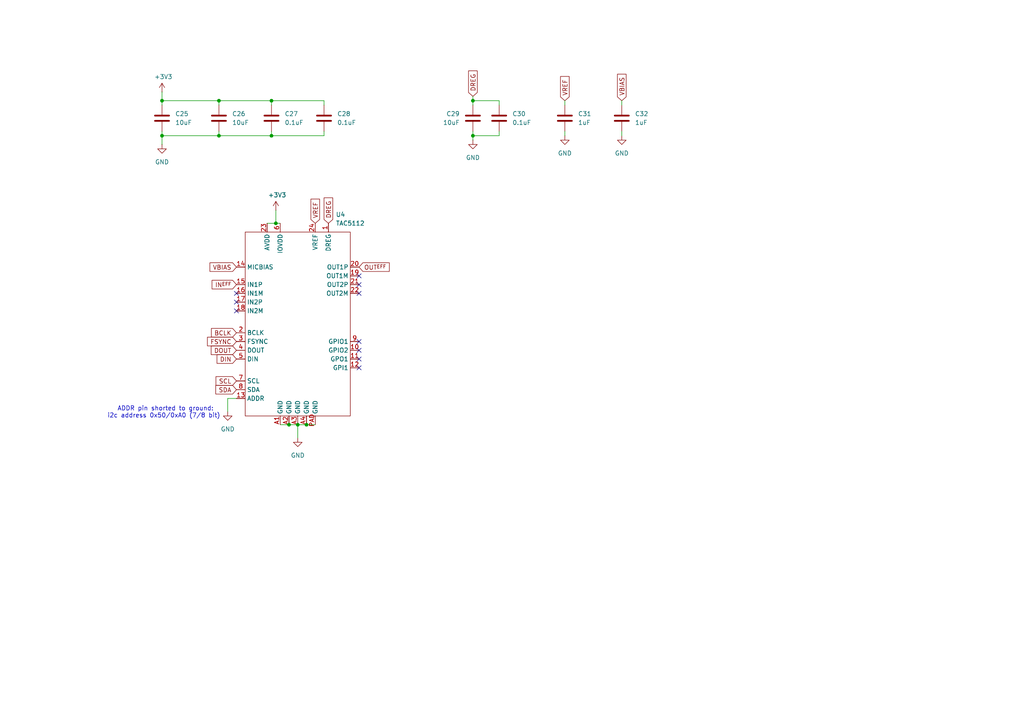
<source format=kicad_sch>
(kicad_sch (version 20250114) (generator "eeschema") (generator_version "9.0")
  (paper "A4")
  (lib_symbols
    (symbol "Device:C" (pin_numbers (hide yes)) (pin_names (offset 0.254))
      (property "Reference" "C" (at 0.635 2.54 0))
      (property "Value" "C" (at 0.635 -2.54 0))
      (symbol "C_0_1"
        (polyline (pts (xy -2.032 0.762) (xy 2.032 0.762)) (stroke (width 0.508)))
        (polyline (pts (xy -2.032 -0.762) (xy 2.032 -0.762)) (stroke (width 0.508)))
      )
      (symbol "C_1_1"
        (pin passive line (at 0 3.81 270) (length 2.794) (name "~") (number "1"))
        (pin passive line (at 0 -3.81 90) (length 2.794) (name "~") (number "2"))
      )
    )
    (symbol "Mylib:TAC5112" (exclude_from_sim yes)
      (property "Reference" "U" (at 0 0 0))
      (property "Value" "TAC5112" (at 0 -3.81 0))
      (symbol "TAC5112_0_0"
        (pin input line (at -17.78 11.43 0) (length 2.54) (name "IN1P") (number "15"))
        (pin input line (at -17.78 8.89 0) (length 2.54) (name "IN1M") (number "16"))
        (pin input line (at -17.78 6.35 0) (length 2.54) (name "IN2P") (number "17"))
        (pin input line (at -17.78 3.81 0) (length 2.54) (name "IN2M") (number "18"))
        (pin bidirectional line (at -17.78 -2.54 0) (length 2.54) (name "BCLK") (number "2"))
        (pin bidirectional line (at -17.78 -5.08 0) (length 2.54) (name "FSYNC") (number "3"))
        (pin output line (at -17.78 -7.62 0) (length 2.54) (name "DOUT") (number "4"))
        (pin input line (at -17.78 -10.16 0) (length 2.54) (name "DIN") (number "5"))
        (pin input line (at -17.78 -16.51 0) (length 2.54) (name "SCL") (number "7"))
        (pin input line (at -17.78 -19.05 0) (length 2.54) (name "SDA") (number "8"))
        (pin input line (at -17.78 -21.59 0) (length 2.54) (name "ADDR") (number "13"))
        (pin power_in line (at -8.89 29.21 270) (length 2.54) (name "AVDD") (number "23"))
        (pin power_in line (at -5.08 29.21 270) (length 2.54) (name "IOVDD") (number "6"))
        (pin power_in line (at -5.08 -29.21 90) (length 2.54) (name "GND") (number "A1"))
        (pin power_in line (at -2.54 -29.21 90) (length 2.54) (name "GND") (number "A2"))
        (pin power_in line (at 0 -29.21 90) (length 2.54) (name "GND") (number "A3"))
        (pin power_in line (at 2.54 -29.21 90) (length 2.54) (name "GND") (number "A4"))
        (pin power_out line (at 5.08 29.21 270) (length 2.54) (name "VREF") (number "24"))
        (pin power_out line (at 8.89 29.21 270) (length 2.54) (name "DREG") (number "1"))
        (pin output line (at 17.78 16.51 180) (length 2.54) (name "OUT1P") (number "20"))
        (pin output line (at 17.78 13.97 180) (length 2.54) (name "OUT1M") (number "19"))
        (pin output line (at 17.78 11.43 180) (length 2.54) (name "OUT2P") (number "21"))
        (pin output line (at 17.78 8.89 180) (length 2.54) (name "OUT2M") (number "22"))
        (pin bidirectional line (at 17.78 -5.08 180) (length 2.54) (name "GPIO1") (number "9"))
        (pin bidirectional line (at 17.78 -7.62 180) (length 2.54) (name "GPIO2") (number "10"))
        (pin output line (at 17.78 -10.16 180) (length 2.54) (name "GPO1") (number "11"))
        (pin input line (at 17.78 -12.7 180) (length 2.54) (name "GPI1") (number "12"))
      )
      (symbol "TAC5112_0_1"
        (rectangle (start -15.24 26.67) (end 15.24 -26.67))
      )
      (symbol "TAC5112_1_0"
        (pin power_out line (at -17.78 16.51 0) (length 2.54) (name "MICBIAS") (number "14"))
        (pin power_in line (at 5.08 -29.21 90) (length 2.54) (name "GND") (number "PAD"))
      )
    )
    (symbol "power:+3V3" (power) (pin_numbers (hide yes)) (pin_names (offset 0) (hide yes))
      (property "Value" "+3V3" (at 0 3.556 0))
      (symbol "+3V3_0_1"
        (polyline (pts (xy -0.762 1.27) (xy 0 2.54)))
        (polyline (pts (xy 0 2.54) (xy 0.762 1.27)))
        (polyline (pts (xy 0 0) (xy 0 2.54)))
      )
      (symbol "+3V3_1_1"
        (pin power_in line (at 0 0 90) (length 0) (name "~") (number "1"))
      )
    )
    (symbol "power:GND" (power) (pin_numbers (hide yes)) (pin_names (offset 0) (hide yes))
      (property "Value" "GND" (at 0 -3.81 0))
      (symbol "GND_0_1"
        (polyline (pts (xy 0 0) (xy 0 -1.27) (xy 1.27 -1.27) (xy 0 -2.54) (xy -1.27 -1.27) (xy 0 -1.27)))
      )
      (symbol "GND_1_1"
        (pin power_in line (at 0 0 270) (length 0) (name "~") (number "1"))
      )
    )
  )
  (text "ADDR pin shorted to ground:\ni2c address 0x50/0xA0 (7/8 bit) " (at 48.006 119.634 0) (effects (font (size 1.27 1.27))))
  (junction (at 83.82 123.19))
  (junction (at 78.74 29.21))
  (junction (at 46.99 29.21))
  (junction (at 63.5 29.21))
  (junction (at 137.16 29.21))
  (junction (at 137.16 39.37))
  (junction (at 88.9 123.19))
  (junction (at 80.01 64.77))
  (junction (at 78.74 39.37))
  (junction (at 63.5 39.37))
  (junction (at 86.36 123.19))
  (junction (at 46.99 39.37))
  (no_connect (at 104.14 106.68))
  (no_connect (at 68.58 90.17))
  (no_connect (at 104.14 85.09))
  (no_connect (at 104.14 101.6))
  (no_connect (at 104.14 80.01))
  (no_connect (at 104.14 99.06))
  (no_connect (at 104.14 82.55))
  (no_connect (at 68.58 87.63))
  (no_connect (at 104.14 104.14))
  (no_connect (at 68.58 85.09))
  (wire (pts (xy 144.78 29.21) (xy 144.78 30.48)))
  (wire (pts (xy 137.16 29.21) (xy 144.78 29.21)))
  (wire (pts (xy 78.74 39.37) (xy 93.98 39.37)))
  (wire (pts (xy 88.9 123.19) (xy 91.44 123.19)))
  (wire (pts (xy 80.01 64.77) (xy 81.28 64.77)))
  (wire (pts (xy 144.78 39.37) (xy 144.78 38.1)))
  (wire (pts (xy 137.16 29.21) (xy 137.16 30.48)))
  (wire (pts (xy 46.99 26.67) (xy 46.99 29.21)))
  (wire (pts (xy 77.47 64.77) (xy 80.01 64.77)))
  (wire (pts (xy 180.34 30.48) (xy 180.34 29.21)))
  (wire (pts (xy 83.82 123.19) (xy 86.36 123.19)))
  (wire (pts (xy 93.98 29.21) (xy 93.98 30.48)))
  (wire (pts (xy 78.74 29.21) (xy 93.98 29.21)))
  (wire (pts (xy 46.99 41.91) (xy 46.99 39.37)))
  (wire (pts (xy 78.74 29.21) (xy 78.74 30.48)))
  (wire (pts (xy 63.5 39.37) (xy 63.5 38.1)))
  (wire (pts (xy 86.36 123.19) (xy 88.9 123.19)))
  (wire (pts (xy 66.04 119.38) (xy 66.04 115.57)))
  (wire (pts (xy 63.5 39.37) (xy 78.74 39.37)))
  (wire (pts (xy 137.16 39.37) (xy 137.16 38.1)))
  (wire (pts (xy 66.04 115.57) (xy 68.58 115.57)))
  (wire (pts (xy 137.16 40.64) (xy 137.16 39.37)))
  (wire (pts (xy 78.74 39.37) (xy 78.74 38.1)))
  (wire (pts (xy 81.28 123.19) (xy 83.82 123.19)))
  (wire (pts (xy 137.16 27.94) (xy 137.16 29.21)))
  (wire (pts (xy 46.99 39.37) (xy 63.5 39.37)))
  (wire (pts (xy 46.99 39.37) (xy 46.99 38.1)))
  (wire (pts (xy 46.99 29.21) (xy 46.99 30.48)))
  (wire (pts (xy 180.34 39.37) (xy 180.34 38.1)))
  (wire (pts (xy 137.16 39.37) (xy 144.78 39.37)))
  (wire (pts (xy 63.5 29.21) (xy 63.5 30.48)))
  (wire (pts (xy 46.99 29.21) (xy 63.5 29.21)))
  (wire (pts (xy 163.83 29.21) (xy 163.83 30.48)))
  (wire (pts (xy 86.36 123.19) (xy 86.36 127)))
  (wire (pts (xy 80.01 64.77) (xy 80.01 60.96)))
  (wire (pts (xy 93.98 39.37) (xy 93.98 38.1)))
  (wire (pts (xy 63.5 29.21) (xy 78.74 29.21)))
  (wire (pts (xy 163.83 39.37) (xy 163.83 38.1)))
  (global_label "VBIAS" (shape input) (at 180.34 29.21 90) (property "Intersheetrefs" "${INTERSHEET_REFS}" (effects (hide yes))))
  (global_label "DREG" (shape input) (at 95.25 64.77 90) (property "Intersheetrefs" "${INTERSHEET_REFS}" (effects (hide yes))))
  (global_label "SDA" (shape input) (at 68.58 113.03 180) (property "Intersheetrefs" "${INTERSHEET_REFS}" (effects (hide yes))))
  (global_label "BCLK" (shape input) (at 68.58 96.52 180) (property "Intersheetrefs" "${INTERSHEET_REFS}" (effects (hide yes))))
  (global_label "OUT^{EFF}" (shape input) (at 104.14 77.47 0) (property "Intersheetrefs" "${INTERSHEET_REFS}" (effects (hide yes))))
  (global_label "VBIAS" (shape input) (at 68.58 77.47 180) (property "Intersheetrefs" "${INTERSHEET_REFS}" (effects (hide yes))))
  (global_label "SCL" (shape input) (at 68.58 110.49 180) (property "Intersheetrefs" "${INTERSHEET_REFS}" (effects (hide yes))))
  (global_label "IN^{EFF}" (shape input) (at 68.58 82.55 180) (property "Intersheetrefs" "${INTERSHEET_REFS}" (effects (hide yes))))
  (global_label "FSYNC" (shape input) (at 68.58 99.06 180) (property "Intersheetrefs" "${INTERSHEET_REFS}" (effects (hide yes))))
  (global_label "VREF" (shape input) (at 163.83 29.21 90) (property "Intersheetrefs" "${INTERSHEET_REFS}" (effects (hide yes))))
  (global_label "DREG" (shape input) (at 137.16 27.94 90) (property "Intersheetrefs" "${INTERSHEET_REFS}" (effects (hide yes))))
  (global_label "DOUT" (shape input) (at 68.58 101.6 180) (property "Intersheetrefs" "${INTERSHEET_REFS}" (effects (hide yes))))
  (global_label "VREF" (shape input) (at 91.44 64.77 90) (property "Intersheetrefs" "${INTERSHEET_REFS}" (effects (hide yes))))
  (global_label "DIN" (shape input) (at 68.58 104.14 180) (property "Intersheetrefs" "${INTERSHEET_REFS}" (effects (hide yes))))
  (symbol (lib_id "power:GND") (at 66.04 119.38 0) (unit 1)
    (property "Reference" "#PWR0308" (effects (hide yes)))
    (property "Value" "GND" (at 66.04 124.46 0))
    (property "Description" "Power symbol creates a global label with name \"GND\" , ground" (effects (hide yes)))
  )
  (symbol (lib_id "power:GND") (at 86.36 127 0) (unit 1)
    (property "Reference" "#PWR0310" (effects (hide yes)))
    (property "Value" "GND" (at 86.36 132.08 0))
    (property "Description" "Power symbol creates a global label with name \"GND\" , ground" (effects (hide yes)))
  )
  (symbol (lib_id "power:GND") (at 46.99 41.91 0) (unit 1)
    (property "Reference" "#PWR0305" (effects (hide yes)))
    (property "Value" "GND" (at 46.99 46.99 0))
    (property "Description" "Power symbol creates a global label with name \"GND\" , ground" (effects (hide yes)))
  )
  (symbol (lib_id "power:GND") (at 180.34 39.37 0) (unit 1)
    (property "Reference" "#PWR0313" (effects (hide yes)))
    (property "Value" "GND" (at 180.34 44.45 0))
    (property "Description" "Power symbol creates a global label with name \"GND\" , ground" (effects (hide yes)))
  )
  (symbol (lib_id "power:+3V3") (at 80.01 60.96 0) (unit 1)
    (property "Reference" "#PWR0309" (effects (hide yes)))
    (property "Value" "+3V3" (at 80.391 56.5658 0))
  )
  (symbol (lib_id "power:+3V3") (at 46.99 26.67 0) (unit 1)
    (property "Reference" "#PWR0302" (effects (hide yes)))
    (property "Value" "+3V3" (at 47.371 22.2758 0))
  )
  (symbol (lib_id "Device:C") (at 93.98 34.29 0) (unit 1)
    (property "Reference" "C28" (at 97.79 33.0199 0) (effects (justify left)))
    (property "Value" "0.1uF" (at 97.79 35.5599 0) (effects (justify left)))
    (property "Footprint" "Capacitor_SMD:C_0402_1005Metric" (effects (hide yes)))
    (property "Description" "Unpolarized capacitor" (effects (hide yes)))
    (property "JLCPCB" "C1525" (effects (hide yes)))
  )
  (symbol (lib_id "Device:C") (at 180.34 34.29 0) (unit 1)
    (property "Reference" "C32" (at 184.15 33.0199 0) (effects (justify left)))
    (property "Value" "1uF" (at 184.15 35.5599 0) (effects (justify left)))
    (property "Footprint" "Capacitor_SMD:C_0603_1608Metric" (effects (hide yes)))
    (property "Description" "Unpolarized capacitor" (effects (hide yes)))
    (property "JLCPCB" "C519560" (effects (hide yes)))
  )
  (symbol (lib_id "Device:C") (at 137.16 34.29 0) (mirror y) (unit 1)
    (property "Reference" "C29" (at 133.35 33.0199 0) (effects (justify left)))
    (property "Value" "10uF" (at 133.35 35.5599 0) (effects (justify left)))
    (property "Footprint" "Capacitor_SMD:C_0603_1608Metric" (effects (hide yes)))
    (property "Description" "Unpolarized capacitor" (effects (hide yes)))
    (property "JLCPCB" "C91606" (effects (hide yes)))
  )
  (symbol (lib_id "power:GND") (at 163.83 39.37 0) (unit 1)
    (property "Reference" "#PWR0312" (effects (hide yes)))
    (property "Value" "GND" (at 163.83 44.45 0))
    (property "Description" "Power symbol creates a global label with name \"GND\" , ground" (effects (hide yes)))
  )
  (symbol (lib_id "Device:C") (at 78.74 34.29 0) (unit 1)
    (property "Reference" "C27" (at 82.55 33.0199 0) (effects (justify left)))
    (property "Value" "0.1uF" (at 82.55 35.5599 0) (effects (justify left)))
    (property "Footprint" "Capacitor_SMD:C_0402_1005Metric" (effects (hide yes)))
    (property "Description" "Unpolarized capacitor" (effects (hide yes)))
    (property "JLCPCB" "C1525" (effects (hide yes)))
  )
  (symbol (lib_id "Device:C") (at 163.83 34.29 0) (unit 1)
    (property "Reference" "C31" (at 167.64 33.0199 0) (effects (justify left)))
    (property "Value" "1uF" (at 167.64 35.5599 0) (effects (justify left)))
    (property "Footprint" "Capacitor_SMD:C_0603_1608Metric" (effects (hide yes)))
    (property "Description" "Unpolarized capacitor" (effects (hide yes)))
    (property "JLCPCB" "C519560" (effects (hide yes)))
  )
  (symbol (lib_id "Device:C") (at 46.99 34.29 0) (unit 1)
    (property "Reference" "C25" (at 50.8 33.0199 0) (effects (justify left)))
    (property "Value" "10uF" (at 50.8 35.5599 0) (effects (justify left)))
    (property "Footprint" "Capacitor_SMD:C_0603_1608Metric" (effects (hide yes)))
    (property "Description" "Unpolarized capacitor" (effects (hide yes)))
    (property "JLCPCB" "C91606" (effects (hide yes)))
  )
  (symbol (lib_id "power:GND") (at 137.16 40.64 0) (unit 1)
    (property "Reference" "#PWR0311" (effects (hide yes)))
    (property "Value" "GND" (at 137.16 45.72 0))
    (property "Description" "Power symbol creates a global label with name \"GND\" , ground" (effects (hide yes)))
  )
  (symbol (lib_id "Device:C") (at 63.5 34.29 0) (unit 1)
    (property "Reference" "C26" (at 67.31 33.0199 0) (effects (justify left)))
    (property "Value" "10uF" (at 67.31 35.5599 0) (effects (justify left)))
    (property "Footprint" "Capacitor_SMD:C_0603_1608Metric" (effects (hide yes)))
    (property "Description" "Unpolarized capacitor" (effects (hide yes)))
    (property "JLCPCB" "C91606" (effects (hide yes)))
  )
  (symbol (lib_id "Device:C") (at 144.78 34.29 0) (unit 1)
    (property "Reference" "C30" (at 148.59 33.0199 0) (effects (justify left)))
    (property "Value" "0.1uF" (at 148.59 35.5599 0) (effects (justify left)))
    (property "Footprint" "Capacitor_SMD:C_0402_1005Metric" (effects (hide yes)))
    (property "Description" "Unpolarized capacitor" (effects (hide yes)))
    (property "JLCPCB" "C1525" (effects (hide yes)))
  )
  (symbol (lib_id "Mylib:TAC5112") (at 86.36 93.98 0) (unit 1) (exclude_from_sim yes)
    (property "Reference" "U4" (at 97.3933 62.23 0) (effects (justify left)))
    (property "Value" "TAC5112" (at 97.3933 64.77 0) (effects (justify left)))
    (property "Footprint" "Mylib:TAC5112" (effects (hide yes)))
    (property "Datasheet" "https://www.ti.com/lit/ds/symlink/tac5112.pdf" (effects (hide yes)))
    (property "Description" "Stereo audio codec VQFN-24 package with corner ground" (effects (hide yes)))
    (property "JLCPCB" "C44853692" (effects (hide yes)))
  )
)
</source>
